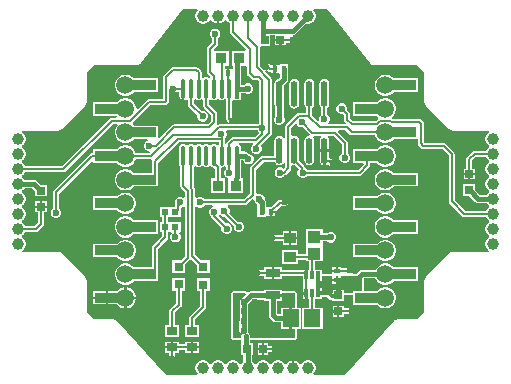
<source format=gtl>
G04*
G04 #@! TF.GenerationSoftware,Altium Limited,Altium Designer,24.0.1 (36)*
G04*
G04 Layer_Physical_Order=1*
G04 Layer_Color=255*
%FSLAX44Y44*%
%MOMM*%
G71*
G04*
G04 #@! TF.SameCoordinates,BFD44B55-2052-4A58-B096-8A348341E0BB*
G04*
G04*
G04 #@! TF.FilePolarity,Positive*
G04*
G01*
G75*
%ADD11C,0.2000*%
%ADD13C,0.3000*%
%ADD15O,0.5500X2.2000*%
%ADD16R,0.6500X0.7000*%
%ADD17R,0.3000X0.7000*%
%ADD18R,0.6000X0.5500*%
%ADD19R,1.4061X1.5082*%
%ADD20R,1.1000X1.0000*%
%ADD21R,1.3000X0.7000*%
%ADD22R,0.5000X0.4000*%
%ADD23R,0.7000X0.6500*%
%ADD24R,0.4000X0.5000*%
%ADD25R,1.0000X0.9000*%
%ADD26R,0.8000X0.8000*%
%ADD27R,0.9000X0.7000*%
G04:AMPARAMS|DCode=28|XSize=1.6554mm|YSize=0.3808mm|CornerRadius=0.1904mm|HoleSize=0mm|Usage=FLASHONLY|Rotation=270.000|XOffset=0mm|YOffset=0mm|HoleType=Round|Shape=RoundedRectangle|*
%AMROUNDEDRECTD28*
21,1,1.6554,0.0000,0,0,270.0*
21,1,1.2747,0.3808,0,0,270.0*
1,1,0.3808,0.0000,-0.6373*
1,1,0.3808,0.0000,0.6373*
1,1,0.3808,0.0000,0.6373*
1,1,0.3808,0.0000,-0.6373*
%
%ADD28ROUNDEDRECTD28*%
%ADD29R,0.3808X1.6554*%
%ADD30R,0.9500X0.9500*%
%ADD31R,2.1000X0.8500*%
%ADD43C,0.4000*%
%ADD44C,1.0000*%
%ADD45C,1.5000*%
%ADD46C,1.2700*%
%ADD47C,0.6000*%
G36*
X243625Y263055D02*
X243818Y262889D01*
X243959Y262677D01*
X244415Y262372D01*
X244829Y262014D01*
X245071Y261934D01*
X245282Y261793D01*
X245819Y261686D01*
X246339Y261514D01*
X246593Y261532D01*
X246843Y261482D01*
X283360D01*
X289922Y254921D01*
Y230000D01*
X289922Y230000D01*
X290232Y228439D01*
X291116Y227116D01*
X291116Y227116D01*
X311116Y207116D01*
X312439Y206232D01*
X314000Y205922D01*
X344466D01*
X344807Y204652D01*
X344009Y204191D01*
X342799Y202981D01*
X341943Y201499D01*
X341500Y199846D01*
Y198134D01*
X341943Y196481D01*
X342799Y194999D01*
X344009Y193789D01*
X344729Y193373D01*
Y191907D01*
X344009Y191491D01*
X342799Y190281D01*
X341966Y188839D01*
X332498D01*
X331523Y188645D01*
X330696Y188092D01*
X326198Y183594D01*
X325645Y182767D01*
X325451Y181792D01*
Y173625D01*
X323250D01*
Y170125D01*
X328000D01*
X332750D01*
Y173625D01*
X330549D01*
Y180736D01*
X333554Y183741D01*
X341966D01*
X342799Y182299D01*
X344009Y181089D01*
X344729Y180673D01*
Y179207D01*
X344009Y178791D01*
X342799Y177581D01*
X341943Y176099D01*
X341500Y174446D01*
Y172734D01*
X341943Y171081D01*
X342799Y169599D01*
X344009Y168389D01*
X344729Y167973D01*
Y166507D01*
X344009Y166091D01*
X342799Y164881D01*
X341943Y163399D01*
X341500Y161746D01*
Y160034D01*
X341943Y158381D01*
X342799Y156899D01*
X344009Y155689D01*
X344729Y155273D01*
Y153807D01*
X344009Y153391D01*
X342799Y152181D01*
X342555Y151759D01*
X337163D01*
X333000Y155922D01*
Y160375D01*
X323000D01*
Y150875D01*
X327953D01*
X333162Y145667D01*
X334319Y144893D01*
X335685Y144621D01*
X342555D01*
X342799Y144199D01*
X344009Y142989D01*
X344729Y142573D01*
Y141107D01*
X344009Y140691D01*
X342799Y139481D01*
X341966Y138039D01*
X324926D01*
X315549Y147416D01*
Y186000D01*
X315355Y186975D01*
X314802Y187802D01*
X308052Y194552D01*
X307225Y195105D01*
X306250Y195299D01*
X290306D01*
X289549Y196056D01*
Y211828D01*
X289355Y212804D01*
X288802Y213631D01*
X287631Y214802D01*
X286804Y215355D01*
X285828Y215549D01*
X263798D01*
X262867Y216572D01*
X262916Y217646D01*
X264105Y218835D01*
X265290Y220887D01*
X265903Y223176D01*
Y225546D01*
X265290Y227835D01*
X264105Y229887D01*
X262430Y231563D01*
X260377Y232748D01*
X258088Y233361D01*
X255719D01*
X253430Y232748D01*
X251377Y231563D01*
X249926Y230111D01*
X229403D01*
Y218611D01*
X249926D01*
X250891Y217646D01*
X250953Y216300D01*
X250814Y216018D01*
X248773Y213977D01*
X229371D01*
X227049Y216300D01*
Y219780D01*
X226854Y220756D01*
X226302Y221583D01*
X224418Y223466D01*
X224419Y223466D01*
Y225256D01*
X223733Y226910D01*
X222467Y228176D01*
X220814Y228861D01*
X219023D01*
X217369Y228176D01*
X216104Y226910D01*
X215418Y225256D01*
Y223466D01*
X216104Y221812D01*
X217369Y220546D01*
X219023Y219861D01*
X220814D01*
X220814Y219861D01*
X221951Y218724D01*
Y215244D01*
X222145Y214268D01*
X222697Y213442D01*
X223731Y212408D01*
X223205Y211138D01*
X208964D01*
X208437Y212408D01*
X209125Y213095D01*
X209810Y214749D01*
Y216539D01*
X209125Y218193D01*
X207859Y219459D01*
X207856Y219460D01*
Y225344D01*
X208368Y225686D01*
X209307Y227092D01*
X209637Y228750D01*
Y245250D01*
X209307Y246908D01*
X208368Y248314D01*
X206962Y249253D01*
X205303Y249583D01*
X203645Y249253D01*
X202239Y248314D01*
X201300Y246908D01*
X200970Y245250D01*
Y228750D01*
X201300Y227092D01*
X202239Y225686D01*
X202758Y225340D01*
Y219456D01*
X201495Y218193D01*
X200810Y216539D01*
Y214755D01*
X200793Y214738D01*
X199729Y214039D01*
X195152Y218616D01*
Y225342D01*
X195667Y225686D01*
X196607Y227092D01*
X196937Y228750D01*
Y245250D01*
X196607Y246908D01*
X195667Y248314D01*
X194262Y249253D01*
X192603Y249583D01*
X190945Y249253D01*
X189539Y248314D01*
X188600Y246908D01*
X188270Y245250D01*
Y228750D01*
X188600Y227092D01*
X189539Y225686D01*
X190054Y225342D01*
Y221188D01*
X184114D01*
X183139Y220994D01*
X182312Y220441D01*
X172851Y210980D01*
X172299Y210154D01*
X172104Y209178D01*
Y199851D01*
X170835Y199466D01*
X170268Y200314D01*
X168862Y201253D01*
X167204Y201583D01*
X165545Y201253D01*
X164139Y200314D01*
X163200Y198908D01*
X162870Y197250D01*
Y184299D01*
X152766D01*
X151790Y184105D01*
X150963Y183552D01*
X143182Y175771D01*
X142630Y174944D01*
X142436Y173969D01*
Y152779D01*
X137316Y147659D01*
X103940D01*
X103940Y147659D01*
X102674Y148925D01*
X101020Y149610D01*
X99230D01*
X97576Y148925D01*
X97439Y148788D01*
X96169Y149314D01*
Y155830D01*
X95975Y156805D01*
X95422Y157632D01*
X94921Y158134D01*
Y174863D01*
X95340Y175246D01*
X96418Y175919D01*
X97544Y175166D01*
X98872Y174902D01*
X100200Y175166D01*
X101326Y175919D01*
X101358Y175967D01*
X102886D01*
X102918Y175919D01*
X104044Y175166D01*
X105372Y174902D01*
X106700Y175166D01*
X107826Y175919D01*
X107858Y175967D01*
X109385D01*
X109418Y175919D01*
X110544Y175166D01*
X111294Y175017D01*
X112626Y173685D01*
Y165360D01*
X108925D01*
Y152860D01*
X121425D01*
Y165360D01*
X117724D01*
Y173736D01*
X118372Y174902D01*
X119700Y175166D01*
X120826Y175919D01*
X121825Y175295D01*
X121875Y175184D01*
X121901Y173768D01*
X121057Y172924D01*
X120372Y171270D01*
Y169480D01*
X121057Y167826D01*
X122323Y166560D01*
X123040Y166263D01*
X123925Y165360D01*
Y152860D01*
X136425D01*
Y165360D01*
X135713D01*
X134907Y166342D01*
X134940Y166508D01*
Y181178D01*
X136375D01*
Y180855D01*
X137060Y179201D01*
X138326Y177935D01*
X139980Y177250D01*
X141770D01*
X143424Y177935D01*
X144690Y179201D01*
X145375Y180855D01*
Y182645D01*
X144690Y184299D01*
X143424Y185565D01*
X141770Y186250D01*
X141422D01*
X140402Y187269D01*
X139244Y188043D01*
X137879Y188315D01*
X134842D01*
Y191119D01*
X134578Y192448D01*
X133826Y193573D01*
X132882Y194204D01*
X132916Y194958D01*
X133093Y195474D01*
X144776D01*
X145099Y194730D01*
X145165Y194204D01*
X144012Y193051D01*
X143327Y191397D01*
Y189607D01*
X144012Y187953D01*
X145278Y186688D01*
X146932Y186002D01*
X148722D01*
X150376Y186688D01*
X151642Y187953D01*
X152327Y189607D01*
Y191397D01*
X151642Y193051D01*
X151526Y193168D01*
X160556Y202198D01*
X161108Y203025D01*
X161302Y204000D01*
Y248746D01*
X161108Y249722D01*
X160556Y250549D01*
X155054Y256051D01*
X155583Y257318D01*
X156274Y257314D01*
X157360Y256229D01*
X158187Y255676D01*
X159162Y255482D01*
X159893D01*
Y254281D01*
X162143D01*
Y258031D01*
Y261781D01*
X159893D01*
X159893Y261781D01*
X158719Y262012D01*
X158093Y262430D01*
X157118Y262624D01*
X156143D01*
X155167Y262430D01*
X154340Y261877D01*
X153788Y261050D01*
X153594Y260075D01*
X153788Y259100D01*
X152774Y258331D01*
X150424Y260681D01*
Y276598D01*
X151495Y277725D01*
X159393D01*
Y286406D01*
X163643D01*
Y283725D01*
X168143D01*
Y282725D01*
X169143D01*
Y277975D01*
X172643D01*
Y280176D01*
X175470D01*
X175993Y280072D01*
X178385D01*
X179360Y280266D01*
X180187Y280819D01*
X180740Y281646D01*
X180934Y282621D01*
X180740Y283596D01*
X180187Y284423D01*
X179360Y284976D01*
X178385Y285170D01*
Y286406D01*
X179750Y286678D01*
X180908Y287451D01*
X190083Y296626D01*
X190554Y296500D01*
X192266D01*
X193919Y296943D01*
X195401Y297799D01*
X196611Y299009D01*
X197467Y300491D01*
X197910Y302144D01*
Y303856D01*
X197467Y305509D01*
X196611Y306991D01*
X195951Y307652D01*
X196477Y308922D01*
X207910D01*
X243625Y263055D01*
D02*
G37*
G36*
X97969Y307652D02*
X97309Y306991D01*
X96453Y305509D01*
X96010Y303856D01*
Y302144D01*
X96453Y300491D01*
X97309Y299009D01*
X98519Y297799D01*
X100001Y296943D01*
X101654Y296500D01*
X103366D01*
X105019Y296943D01*
X106501Y297799D01*
X107711Y299009D01*
X108127Y299729D01*
X109593D01*
X110009Y299009D01*
X111219Y297799D01*
X112701Y296943D01*
X114210Y296539D01*
Y303000D01*
X116210D01*
Y296539D01*
X117719Y296943D01*
X119201Y297799D01*
X120411Y299009D01*
X120827Y299729D01*
X122293D01*
X122709Y299009D01*
X123919Y297799D01*
X125361Y296966D01*
Y289378D01*
X125555Y288402D01*
X126108Y287575D01*
X139038Y274645D01*
X138512Y273375D01*
X126775D01*
Y260875D01*
X127899D01*
Y258382D01*
X126775Y258031D01*
Y258031D01*
X124525D01*
Y254281D01*
X122525D01*
Y258031D01*
X120921D01*
Y260875D01*
X124275D01*
Y273375D01*
X112115D01*
X111458Y274514D01*
X114677Y277733D01*
X115230Y278560D01*
X115424Y279535D01*
Y283910D01*
X115424Y283910D01*
X116690Y285176D01*
X117375Y286830D01*
Y288620D01*
X116690Y290274D01*
X115424Y291540D01*
X113770Y292225D01*
X111980D01*
X110326Y291540D01*
X109060Y290274D01*
X108375Y288620D01*
Y286830D01*
X109060Y285176D01*
X110326Y283910D01*
X110326Y283910D01*
Y280591D01*
X106288Y276553D01*
X105735Y275726D01*
X105541Y274750D01*
Y255813D01*
X105735Y254837D01*
X106288Y254011D01*
X108550Y251749D01*
X108422Y250446D01*
X108394Y250430D01*
X107724Y250149D01*
X106700Y250833D01*
X105372Y251098D01*
X104044Y250833D01*
X102918Y250081D01*
X101840Y250754D01*
X101421Y251137D01*
Y255281D01*
X101227Y256256D01*
X100674Y257083D01*
X98580Y259177D01*
X97753Y259730D01*
X96778Y259924D01*
X77525D01*
X76550Y259730D01*
X75723Y259177D01*
X69427Y252882D01*
X68875Y252055D01*
X68681Y251080D01*
Y232724D01*
X56895D01*
X55920Y232530D01*
X55093Y231977D01*
X47210Y224094D01*
X45939Y224620D01*
Y225546D01*
X45326Y227835D01*
X44141Y229887D01*
X42466Y231563D01*
X40413Y232748D01*
X38124Y233361D01*
X35755D01*
X33466Y232748D01*
X31413Y231563D01*
X29962Y230111D01*
X9439D01*
Y218611D01*
X29197D01*
X29501Y218180D01*
X28842Y216910D01*
X25288D01*
X24313Y216716D01*
X23486Y216164D01*
X-16619Y176059D01*
X-47966D01*
X-48799Y177501D01*
X-50009Y178711D01*
X-50729Y179127D01*
Y180593D01*
X-50009Y181009D01*
X-48799Y182219D01*
X-47943Y183701D01*
X-47500Y185354D01*
Y187066D01*
X-47943Y188719D01*
X-48799Y190201D01*
X-50009Y191411D01*
X-50729Y191827D01*
Y193293D01*
X-50009Y193709D01*
X-48799Y194919D01*
X-47943Y196401D01*
X-47500Y198054D01*
Y199766D01*
X-47943Y201419D01*
X-48799Y202901D01*
X-50009Y204111D01*
X-50945Y204652D01*
X-50605Y205922D01*
X-20000Y205922D01*
X-20000Y205922D01*
X-18439Y206232D01*
X-17116Y207116D01*
X2884Y227116D01*
X2884Y227116D01*
X3768Y228439D01*
X4078Y230000D01*
Y254921D01*
X10640Y261482D01*
X47000D01*
X47250Y261532D01*
X47504Y261514D01*
X48024Y261686D01*
X48561Y261793D01*
X48772Y261934D01*
X49014Y262014D01*
X49428Y262372D01*
X49884Y262677D01*
X50025Y262889D01*
X50218Y263055D01*
X85933Y308922D01*
X97443D01*
X97969Y307652D01*
D02*
G37*
G36*
X139275Y260875D02*
X139864Y259849D01*
Y254268D01*
X140058Y253292D01*
X140610Y252465D01*
X143850Y249225D01*
X144677Y248673D01*
X145653Y248479D01*
X149184D01*
X150344Y247319D01*
Y211815D01*
X150344Y211815D01*
X149667Y211138D01*
X129081D01*
X128696Y212408D01*
X128922Y212559D01*
X129474Y213386D01*
X129668Y214361D01*
X129474Y215337D01*
X128922Y216164D01*
X128095Y216716D01*
X127421Y216850D01*
Y230433D01*
X127968Y231477D01*
X134776D01*
Y237685D01*
X137730D01*
X137976Y237439D01*
X139630Y236754D01*
X141420D01*
X143074Y237439D01*
X144340Y238705D01*
X145025Y240359D01*
Y242149D01*
X144340Y243803D01*
X143074Y245069D01*
X141420Y245754D01*
X139630D01*
X137976Y245069D01*
X137730Y244822D01*
X135037D01*
Y260875D01*
X139275D01*
D02*
G37*
G36*
X86872Y231864D02*
X87102Y231910D01*
X88146Y232607D01*
X89270Y232027D01*
X89823Y231466D01*
Y227820D01*
X90017Y226844D01*
X90569Y226017D01*
X97692Y218895D01*
X97692Y218895D01*
Y217105D01*
X98377Y215451D01*
X99642Y214185D01*
X101297Y213500D01*
X103087D01*
X104741Y214185D01*
X106006Y215451D01*
X106692Y217105D01*
Y218895D01*
X106006Y220549D01*
X104741Y221815D01*
X103087Y222500D01*
X101297D01*
X101296Y222500D01*
X94921Y228876D01*
Y231370D01*
X95340Y231754D01*
X96418Y232426D01*
X97544Y231674D01*
X98872Y231410D01*
X100200Y231674D01*
X101326Y232426D01*
X102404Y231754D01*
X102823Y231370D01*
Y226773D01*
X103017Y225797D01*
X103569Y224970D01*
X109323Y219217D01*
Y214056D01*
X106405Y211138D01*
X78080D01*
X77104Y210944D01*
X76277Y210391D01*
X65710Y199824D01*
X64440Y200350D01*
Y210111D01*
X43917D01*
X42952Y211077D01*
X42890Y212423D01*
X43029Y212704D01*
X57951Y227626D01*
X70058D01*
X71033Y227820D01*
X71860Y228373D01*
X73032Y229544D01*
X73584Y230371D01*
X73779Y231347D01*
Y240765D01*
X75048Y240890D01*
X75170Y240278D01*
X75723Y239452D01*
X76550Y238899D01*
X77525Y238705D01*
X82656D01*
Y234881D01*
X82901Y233650D01*
X83598Y232607D01*
X84641Y231910D01*
X84872Y231864D01*
Y241254D01*
X86872D01*
Y231864D01*
D02*
G37*
G36*
X122323Y232381D02*
Y215533D01*
X122517Y214557D01*
X123069Y213730D01*
X124241Y212559D01*
X124467Y212408D01*
X124082Y211138D01*
X115847D01*
X115057Y210981D01*
X114588Y211406D01*
X114217Y212010D01*
X114227Y212024D01*
X114421Y213000D01*
Y220273D01*
X114227Y221248D01*
X113674Y222075D01*
X107921Y227829D01*
Y231370D01*
X108340Y231754D01*
X109418Y232426D01*
X110544Y231674D01*
X111872Y231410D01*
X113200Y231674D01*
X114326Y232426D01*
X114358Y232475D01*
X115885D01*
X115918Y232426D01*
X117044Y231674D01*
X118372Y231410D01*
X119700Y231674D01*
X120826Y232426D01*
X121008Y232700D01*
X121155Y232735D01*
X122323Y232381D01*
D02*
G37*
G36*
X149078Y205451D02*
X150344Y204185D01*
X149534Y203335D01*
X146771Y200572D01*
X128349D01*
X127373Y200378D01*
X126546Y199826D01*
X122724Y196003D01*
X122171Y195176D01*
X122067Y194655D01*
X120797Y194780D01*
Y199397D01*
X121940Y200540D01*
X122625Y202194D01*
Y203984D01*
X122299Y204770D01*
X123148Y206040D01*
X148834D01*
X149078Y205451D01*
D02*
G37*
G36*
X30393Y210542D02*
X29738Y209887D01*
X28553Y207835D01*
X27940Y205546D01*
Y203176D01*
X28553Y200887D01*
X29738Y198835D01*
X31413Y197160D01*
X33466Y195975D01*
X35755Y195361D01*
X38124D01*
X40413Y195975D01*
X42466Y197160D01*
X43917Y198611D01*
X55365D01*
X55617Y197341D01*
X54346Y196815D01*
X53081Y195549D01*
X52396Y193895D01*
Y192105D01*
X53081Y190451D01*
X54346Y189185D01*
X56000Y188500D01*
X56515D01*
X57355Y187230D01*
X57354Y187228D01*
X56979Y186910D01*
X45574D01*
X45326Y187835D01*
X44141Y189887D01*
X42466Y191563D01*
X40413Y192748D01*
X38124Y193361D01*
X35755D01*
X33466Y192748D01*
X31413Y191563D01*
X29962Y190111D01*
X9439D01*
Y186910D01*
X8890D01*
X7915Y186716D01*
X7088Y186164D01*
X-23802Y155274D01*
X-24355Y154447D01*
X-24549Y153471D01*
Y140175D01*
X-24549Y140175D01*
X-25815Y138909D01*
X-26500Y137255D01*
Y135465D01*
X-25815Y133811D01*
X-24549Y132545D01*
X-22895Y131860D01*
X-21105D01*
X-19451Y132545D01*
X-18185Y133811D01*
X-17500Y135465D01*
Y137255D01*
X-18185Y138909D01*
X-19451Y140175D01*
X-19451Y140175D01*
Y152416D01*
X8266Y180133D01*
X9439Y179647D01*
Y178611D01*
X29962D01*
X31413Y177160D01*
X33466Y175975D01*
X35755Y175361D01*
X38124D01*
X40413Y175975D01*
X42466Y177160D01*
X44141Y178835D01*
X45326Y180887D01*
X45574Y181812D01*
X58802D01*
X59585Y180703D01*
X59391Y179728D01*
Y170111D01*
X43917D01*
X42466Y171563D01*
X40413Y172748D01*
X38124Y173361D01*
X35755D01*
X33466Y172748D01*
X31413Y171563D01*
X29738Y169887D01*
X28553Y167835D01*
X27940Y165546D01*
Y163176D01*
X28553Y160887D01*
X29738Y158835D01*
X31413Y157160D01*
X33466Y155975D01*
X35755Y155361D01*
X38124D01*
X40413Y155975D01*
X42466Y157160D01*
X43917Y158611D01*
X64440D01*
Y167365D01*
X64489Y167611D01*
Y178672D01*
X82178Y196361D01*
X115700D01*
Y194021D01*
X114562Y193483D01*
X114358Y193525D01*
X114326Y193573D01*
X113200Y194326D01*
X111872Y194590D01*
X110544Y194326D01*
X109418Y193573D01*
X109385Y193525D01*
X107858D01*
X107826Y193573D01*
X106700Y194326D01*
X105372Y194590D01*
X104044Y194326D01*
X102918Y193573D01*
X102886Y193525D01*
X101358D01*
X101326Y193573D01*
X100200Y194326D01*
X98872Y194590D01*
X97544Y194326D01*
X96418Y193573D01*
X96385Y193525D01*
X94858D01*
X94826Y193573D01*
X93700Y194326D01*
X92372Y194590D01*
X91044Y194326D01*
X89918Y193573D01*
X89886Y193525D01*
X88358D01*
X88326Y193573D01*
X87200Y194326D01*
X85872Y194590D01*
X84544Y194326D01*
X83418Y193573D01*
X82666Y192448D01*
X82401Y191119D01*
Y178373D01*
X82666Y177045D01*
X83323Y176061D01*
Y158628D01*
X83517Y157653D01*
X84069Y156826D01*
X86953Y153942D01*
Y149455D01*
X85683Y148983D01*
X84170Y149610D01*
X82380D01*
X80726Y148925D01*
X79460Y147659D01*
X78775Y146005D01*
Y144215D01*
X79140Y143333D01*
X78920Y143003D01*
X78726Y142028D01*
Y140907D01*
X66275D01*
Y132407D01*
X68226D01*
Y128611D01*
X66275D01*
Y120111D01*
X68226D01*
Y116733D01*
X60137Y108644D01*
X59585Y107817D01*
X59391Y106841D01*
Y90111D01*
X43917D01*
X42466Y91563D01*
X40413Y92748D01*
X38124Y93361D01*
X35755D01*
X33466Y92748D01*
X31413Y91563D01*
X29738Y89888D01*
X28553Y87835D01*
X27940Y85546D01*
Y83176D01*
X28553Y80887D01*
X29738Y78835D01*
X31413Y77160D01*
X33466Y75975D01*
X35755Y75361D01*
X38124D01*
X40413Y75975D01*
X42466Y77160D01*
X43917Y78611D01*
X64440D01*
Y87365D01*
X64489Y87611D01*
Y105786D01*
X72577Y113874D01*
X73130Y114701D01*
X73324Y115677D01*
Y120111D01*
X75524D01*
X76050Y118841D01*
X75460Y118251D01*
X74775Y116597D01*
Y114807D01*
X75460Y113153D01*
X76726Y111887D01*
X78380Y111202D01*
X80170D01*
X81824Y111887D01*
X83090Y113153D01*
X83775Y114807D01*
Y116597D01*
X83090Y118251D01*
X82500Y118841D01*
X83026Y120111D01*
X83775D01*
Y128611D01*
X73324D01*
Y132407D01*
X83775D01*
Y138161D01*
X83824Y138407D01*
Y140610D01*
X84170D01*
X85683Y141237D01*
X86953Y140765D01*
Y99275D01*
X83920Y96241D01*
X76525D01*
Y85241D01*
X87525D01*
Y92637D01*
X91305Y96416D01*
X92663Y96664D01*
X92922Y96584D01*
X97090Y92417D01*
Y85021D01*
X108090D01*
Y96021D01*
X100695D01*
X96169Y100547D01*
Y140906D01*
X97439Y141432D01*
X97576Y141295D01*
X99230Y140610D01*
X101020D01*
X102674Y141295D01*
X103940Y142561D01*
X103940Y142561D01*
X110598D01*
X110850Y141291D01*
X109476Y140722D01*
X108210Y139456D01*
X107525Y137802D01*
Y136012D01*
X108210Y134358D01*
X109476Y133092D01*
X109551Y133061D01*
X109670Y132465D01*
X110223Y131638D01*
X118175Y123685D01*
X118175Y123685D01*
Y121895D01*
X118860Y120241D01*
X120126Y118975D01*
X121780Y118290D01*
X123570D01*
X125224Y118975D01*
X126490Y120241D01*
X127175Y121895D01*
Y123685D01*
X126490Y125339D01*
X125224Y126605D01*
X123570Y127290D01*
X121780D01*
X121780Y127290D01*
X115795Y133275D01*
X115839Y133621D01*
X116210Y134353D01*
X117487Y134534D01*
X118194Y133827D01*
X119848Y133142D01*
X120543D01*
X128525Y125160D01*
X128525Y125160D01*
Y123369D01*
X129210Y121715D01*
X130476Y120449D01*
X132130Y119764D01*
X133920D01*
X135574Y120449D01*
X136840Y121715D01*
X137525Y123369D01*
Y125160D01*
X136840Y126813D01*
X135574Y128079D01*
X133920Y128764D01*
X132130D01*
X132130Y128764D01*
X124923Y135972D01*
X125243Y136747D01*
Y138537D01*
X124558Y140191D01*
X123458Y141291D01*
X123602Y142072D01*
X123847Y142561D01*
X138372D01*
X139347Y142755D01*
X140174Y143308D01*
X144623Y147756D01*
X145893Y147230D01*
Y146980D01*
X146578Y145326D01*
X147844Y144060D01*
X148574Y143757D01*
Y137110D01*
X148643Y136765D01*
Y133110D01*
X155643D01*
Y133312D01*
X156893Y133360D01*
X156913Y133360D01*
X159143D01*
Y137110D01*
X160143D01*
Y138110D01*
X164247D01*
X168407Y142269D01*
X171627D01*
X172603Y142464D01*
X173430Y143016D01*
X174195Y143781D01*
X174748Y144608D01*
X174942Y145584D01*
X174748Y146559D01*
X174195Y147386D01*
X173368Y147939D01*
X172393Y148133D01*
X171417Y147939D01*
X170590Y147386D01*
X170571Y147367D01*
X167351D01*
X166376Y147173D01*
X165549Y146621D01*
X159788Y140860D01*
X156981D01*
X156893Y140860D01*
X155711Y141074D01*
Y145584D01*
X155440Y146949D01*
X154893Y147768D01*
Y148770D01*
X154207Y150424D01*
X152942Y151690D01*
X151288Y152375D01*
X149497D01*
X148804Y152088D01*
X147534Y152936D01*
Y172913D01*
X153821Y179201D01*
X163178D01*
X163200Y179092D01*
X164139Y177686D01*
X165545Y176747D01*
X167204Y176417D01*
X168862Y176747D01*
X170268Y177686D01*
X170835Y178534D01*
X172104Y178149D01*
Y174942D01*
X170762Y173599D01*
X170171Y174190D01*
X168517Y174875D01*
X166727D01*
X165073Y174190D01*
X163807Y172924D01*
X163122Y171270D01*
Y169480D01*
X163807Y167826D01*
X165073Y166560D01*
X166727Y165875D01*
X168517D01*
X170171Y166560D01*
X171437Y167826D01*
X171463Y167890D01*
X172118Y168020D01*
X172945Y168573D01*
X176456Y172083D01*
X177008Y172910D01*
X177202Y173886D01*
Y176032D01*
X178472Y176701D01*
X179904Y176417D01*
X180511Y176538D01*
X183561Y173488D01*
Y173425D01*
X183060Y172924D01*
X182375Y171270D01*
Y169480D01*
X183060Y167826D01*
X184326Y166560D01*
X185980Y165875D01*
X187770D01*
X189424Y166560D01*
X190690Y167826D01*
X190690Y167826D01*
X235129D01*
X236104Y168020D01*
X236931Y168573D01*
X243206Y174848D01*
X243758Y175674D01*
X243953Y176650D01*
Y178611D01*
X249926D01*
X251377Y177160D01*
X253430Y175975D01*
X255719Y175361D01*
X258088D01*
X260377Y175975D01*
X262430Y177160D01*
X264105Y178835D01*
X265290Y180887D01*
X265903Y183176D01*
Y185546D01*
X265290Y187835D01*
X264105Y189887D01*
X262430Y191563D01*
X260377Y192748D01*
X258088Y193361D01*
X255719D01*
X253430Y192748D01*
X251377Y191563D01*
X249926Y190111D01*
X229403D01*
Y178611D01*
X237975D01*
X238490Y177341D01*
X234073Y172924D01*
X190690D01*
X190690Y172924D01*
X189424Y174190D01*
X188659Y174507D01*
Y174544D01*
X188465Y175519D01*
X187912Y176346D01*
X184116Y180142D01*
X184237Y180750D01*
Y197250D01*
X183907Y198908D01*
X182967Y200314D01*
X181562Y201253D01*
X179904Y201583D01*
X178472Y201299D01*
X177202Y201968D01*
Y208122D01*
X180615Y211535D01*
X182113Y211237D01*
X182439Y210451D01*
X183704Y209185D01*
X185358Y208500D01*
X187149D01*
X187149Y208500D01*
X192825Y202824D01*
X192736Y202328D01*
X192325Y201528D01*
X190945Y201253D01*
X189539Y200314D01*
X188600Y198908D01*
X188270Y197250D01*
Y180750D01*
X188600Y179092D01*
X189539Y177686D01*
X190945Y176747D01*
X192603Y176417D01*
X194262Y176747D01*
X195667Y177686D01*
X196607Y179092D01*
X196937Y180750D01*
Y197250D01*
X196607Y198908D01*
X195756Y200181D01*
X195909Y200784D01*
X196252Y201451D01*
X202105D01*
X202490Y200181D01*
X202420Y200134D01*
X201536Y198811D01*
X201225Y197250D01*
Y190000D01*
X205304D01*
X209382D01*
Y197250D01*
X209071Y198811D01*
X208187Y200134D01*
X208117Y200181D01*
X208502Y201451D01*
X212967D01*
X220065Y194353D01*
Y186642D01*
X220065Y186642D01*
X218799Y185376D01*
X218113Y183722D01*
Y181932D01*
X218799Y180278D01*
X220065Y179012D01*
X221718Y178327D01*
X223509D01*
X225163Y179012D01*
X226428Y180278D01*
X227113Y181932D01*
Y183722D01*
X226428Y185376D01*
X225163Y186642D01*
X225163Y186642D01*
Y195409D01*
X224968Y196384D01*
X224416Y197211D01*
X216857Y204770D01*
X217383Y206040D01*
X223067D01*
X226548Y202559D01*
X227375Y202006D01*
X228350Y201812D01*
X248269D01*
X248517Y200887D01*
X249702Y198835D01*
X251377Y197160D01*
X253430Y195975D01*
X255719Y195361D01*
X258088D01*
X260377Y195975D01*
X262430Y197160D01*
X263881Y198611D01*
X284403D01*
X284451Y197361D01*
Y195000D01*
X284645Y194025D01*
X285198Y193198D01*
X287448Y190948D01*
X288274Y190395D01*
X289250Y190201D01*
X305194D01*
X310451Y184944D01*
Y146360D01*
X310645Y145385D01*
X311198Y144558D01*
X322068Y133688D01*
X322895Y133135D01*
X323870Y132941D01*
X341966D01*
X342799Y131499D01*
X344009Y130289D01*
X344729Y129873D01*
Y128407D01*
X344009Y127991D01*
X342799Y126781D01*
X341943Y125299D01*
X341500Y123646D01*
Y121934D01*
X341943Y120281D01*
X342799Y118799D01*
X344009Y117589D01*
X344729Y117173D01*
Y115707D01*
X344009Y115291D01*
X342799Y114081D01*
X341943Y112599D01*
X341500Y110946D01*
Y109234D01*
X341943Y107581D01*
X342799Y106099D01*
X344009Y104889D01*
X344945Y104348D01*
X344605Y103078D01*
X314000D01*
X314000Y103078D01*
X312439Y102768D01*
X311116Y101884D01*
X291116Y81884D01*
X291116Y81884D01*
X290232Y80561D01*
X289922Y79000D01*
X289922Y79000D01*
Y52579D01*
X283421Y46078D01*
X266904Y46078D01*
X266790Y46056D01*
X266675Y46072D01*
X266013Y45901D01*
X265343Y45768D01*
X265246Y45703D01*
X265134Y45674D01*
X264588Y45264D01*
X264020Y44884D01*
X263955Y44787D01*
X263862Y44717D01*
X223079Y-922D01*
X196557D01*
X196031Y348D01*
X196691Y1009D01*
X197547Y2491D01*
X197990Y4144D01*
Y5856D01*
X197547Y7509D01*
X196691Y8991D01*
X195481Y10201D01*
X193999Y11057D01*
X192346Y11500D01*
X190634D01*
X188981Y11057D01*
X187499Y10201D01*
X186289Y8991D01*
X185873Y8271D01*
X184407D01*
X183991Y8991D01*
X182781Y10201D01*
X181299Y11057D01*
X179790Y11461D01*
Y5000D01*
X177790D01*
Y11461D01*
X176281Y11057D01*
X174799Y10201D01*
X173589Y8991D01*
X173173Y8271D01*
X171707D01*
X171291Y8991D01*
X170081Y10201D01*
X168599Y11057D01*
X166946Y11500D01*
X165234D01*
X163581Y11057D01*
X162099Y10201D01*
X160889Y8991D01*
X160473Y8271D01*
X159007D01*
X158591Y8991D01*
X157381Y10201D01*
X155899Y11057D01*
X154246Y11500D01*
X152534D01*
X150881Y11057D01*
X149399Y10201D01*
X148189Y8991D01*
X147773Y8271D01*
X146307D01*
X145891Y8991D01*
X144681Y10201D01*
X143837Y10689D01*
Y16000D01*
X144597D01*
Y26000D01*
X142191D01*
Y28876D01*
X180373D01*
X181522Y29352D01*
X181997Y30500D01*
Y37961D01*
X185262D01*
Y56043D01*
X181997D01*
Y68221D01*
X181522Y69369D01*
X180373Y69845D01*
X169875D01*
Y71293D01*
X153875D01*
Y69861D01*
X142929D01*
X141564Y69590D01*
X140900Y69147D01*
X140354Y69014D01*
X139547Y69246D01*
X139300Y69369D01*
X139001Y69493D01*
X138773Y69721D01*
X138450D01*
X138152Y69845D01*
X127875D01*
X126727Y69369D01*
X126251Y68221D01*
Y30500D01*
X126727Y29352D01*
X127875Y28876D01*
X135053D01*
Y22225D01*
X135097Y22005D01*
Y16000D01*
X136700D01*
Y10202D01*
X136699Y10201D01*
X135489Y8991D01*
X135073Y8271D01*
X133607D01*
X133191Y8991D01*
X131981Y10201D01*
X130499Y11057D01*
X128846Y11500D01*
X127134D01*
X125481Y11057D01*
X123999Y10201D01*
X122789Y8991D01*
X122373Y8271D01*
X120907D01*
X120491Y8991D01*
X119281Y10201D01*
X117799Y11057D01*
X116146Y11500D01*
X114434D01*
X112781Y11057D01*
X111299Y10201D01*
X110089Y8991D01*
X109673Y8271D01*
X108207D01*
X107791Y8991D01*
X106581Y10201D01*
X105099Y11057D01*
X103446Y11500D01*
X101734D01*
X100081Y11057D01*
X98599Y10201D01*
X97389Y8991D01*
X96533Y7509D01*
X96090Y5856D01*
Y4144D01*
X96533Y2491D01*
X97389Y1009D01*
X98049Y348D01*
X97523Y-922D01*
X70825D01*
X30041Y44717D01*
X29948Y44787D01*
X29884Y44884D01*
X29315Y45264D01*
X28770Y45674D01*
X28657Y45703D01*
X28561Y45768D01*
X27891Y45901D01*
X27229Y46072D01*
X27114Y46056D01*
X27000Y46078D01*
X10579D01*
X4078Y52579D01*
Y79000D01*
X4078Y79000D01*
X3768Y80561D01*
X2884Y81884D01*
X-17116Y101884D01*
X-17116Y101884D01*
X-18439Y102768D01*
X-20000Y103078D01*
X-50466Y103078D01*
X-50806Y104348D01*
X-50009Y104809D01*
X-48799Y106019D01*
X-47943Y107501D01*
X-47500Y109154D01*
Y110866D01*
X-47943Y112519D01*
X-48799Y114001D01*
X-50009Y115211D01*
X-50729Y115627D01*
Y117093D01*
X-50009Y117509D01*
X-48799Y118719D01*
X-47966Y120161D01*
X-39153D01*
X-38177Y120355D01*
X-37350Y120908D01*
X-32949Y125309D01*
X-32397Y126136D01*
X-32202Y127111D01*
Y136860D01*
X-29752D01*
Y140360D01*
X-34502D01*
X-39251D01*
Y136860D01*
X-37301D01*
Y128167D01*
X-40209Y125259D01*
X-47966D01*
X-48799Y126701D01*
X-50009Y127911D01*
X-50729Y128327D01*
Y129793D01*
X-50009Y130209D01*
X-48799Y131419D01*
X-47943Y132901D01*
X-47500Y134554D01*
Y136266D01*
X-47943Y137919D01*
X-48799Y139401D01*
X-50009Y140611D01*
X-50729Y141027D01*
Y142493D01*
X-50009Y142909D01*
X-48799Y144119D01*
X-47943Y145601D01*
X-47500Y147254D01*
Y148966D01*
X-47943Y150619D01*
X-48799Y152101D01*
X-50009Y153311D01*
X-50729Y153727D01*
Y155193D01*
X-50009Y155609D01*
X-48799Y156819D01*
X-48555Y157241D01*
X-42180D01*
X-39502Y154563D01*
Y150110D01*
X-29502D01*
Y159610D01*
X-34455D01*
X-38178Y163333D01*
X-39336Y164107D01*
X-40701Y164379D01*
X-48555D01*
X-48799Y164801D01*
X-50009Y166011D01*
X-50729Y166427D01*
Y167893D01*
X-50009Y168309D01*
X-48799Y169519D01*
X-47966Y170961D01*
X-15563D01*
X-14587Y171155D01*
X-13760Y171708D01*
X26344Y211812D01*
X29867D01*
X30393Y210542D01*
D02*
G37*
G36*
X180373Y55793D02*
X177732D01*
Y47002D01*
Y38211D01*
X180373D01*
Y30500D01*
X142191D01*
Y32000D01*
X141919Y33366D01*
X141145Y34523D01*
X140179Y35169D01*
X140444Y36500D01*
Y43370D01*
X140472Y43413D01*
X140744Y44778D01*
Y52793D01*
Y59060D01*
X144407Y62724D01*
X154125D01*
Y61543D01*
X158306D01*
Y49345D01*
X158578Y47979D01*
X159352Y46821D01*
X161695Y44478D01*
X162852Y43705D01*
X164218Y43433D01*
X168452D01*
Y38211D01*
X175732D01*
Y47002D01*
Y55793D01*
X168452D01*
Y50570D01*
X165696D01*
X165444Y50823D01*
Y61543D01*
X169625D01*
Y65293D01*
X161875D01*
Y67293D01*
X169625D01*
Y68221D01*
X180373D01*
Y55793D01*
D02*
G37*
G36*
X138638Y67048D02*
X134652Y63062D01*
X133878Y61904D01*
X133606Y60539D01*
Y52793D01*
Y45886D01*
X133578Y45844D01*
X133306Y44478D01*
Y36500D01*
X133578Y35134D01*
X134352Y33977D01*
X135318Y33331D01*
X135053Y32000D01*
Y30500D01*
X127875D01*
Y68221D01*
X138152D01*
X138638Y67048D01*
D02*
G37*
%LPC*%
G36*
X167143Y281725D02*
X163643D01*
Y281607D01*
X163538Y281450D01*
X163344Y280475D01*
X163538Y279499D01*
X163643Y279342D01*
Y277975D01*
X165646D01*
X165893Y277926D01*
X166139Y277975D01*
X167143D01*
Y281725D01*
D02*
G37*
G36*
X258088Y253361D02*
X255719D01*
X253430Y252748D01*
X251377Y251563D01*
X249702Y249887D01*
X248517Y247835D01*
X247903Y245546D01*
Y243176D01*
X248517Y240887D01*
X249702Y238835D01*
X251377Y237160D01*
X253430Y235975D01*
X255719Y235361D01*
X258088D01*
X260377Y235975D01*
X262430Y237160D01*
X263881Y238611D01*
X284403D01*
Y250111D01*
X263881D01*
X262430Y251563D01*
X260377Y252748D01*
X258088Y253361D01*
D02*
G37*
G36*
X179904Y249583D02*
X178245Y249253D01*
X176839Y248314D01*
X175900Y246908D01*
X175570Y245250D01*
Y228750D01*
X175900Y227092D01*
X176839Y225686D01*
X178245Y224747D01*
X179904Y224417D01*
X181562Y224747D01*
X182967Y225686D01*
X183907Y227092D01*
X184237Y228750D01*
Y245250D01*
X183907Y246908D01*
X182967Y248314D01*
X181562Y249253D01*
X179904Y249583D01*
D02*
G37*
G36*
X174643Y262031D02*
X167643D01*
Y261829D01*
X166393Y261781D01*
X166373Y261781D01*
X164143D01*
Y258031D01*
Y254281D01*
X166304D01*
X166393Y254281D01*
X167574Y254067D01*
Y251009D01*
X165886Y249321D01*
X165545Y249253D01*
X164139Y248314D01*
X163200Y246908D01*
X162870Y245250D01*
Y228750D01*
X163200Y227092D01*
X163635Y226441D01*
Y218100D01*
X163328Y217793D01*
X162643Y216139D01*
Y214349D01*
X163328Y212695D01*
X164594Y211429D01*
X166248Y210744D01*
X168038D01*
X169692Y211429D01*
X170958Y212695D01*
X171643Y214349D01*
Y216139D01*
X170958Y217793D01*
X170772Y217978D01*
Y226441D01*
X171207Y227092D01*
X171537Y228750D01*
Y244878D01*
X173666Y247008D01*
X174440Y248165D01*
X174711Y249531D01*
Y258031D01*
X174643Y258376D01*
Y262031D01*
D02*
G37*
G36*
X332750Y168125D02*
X329000D01*
Y164625D01*
X332750D01*
Y168125D01*
D02*
G37*
G36*
X327000D02*
X323250D01*
Y164625D01*
X327000D01*
Y168125D01*
D02*
G37*
G36*
X38124Y253361D02*
X35755D01*
X33466Y252748D01*
X31413Y251563D01*
X29738Y249887D01*
X28553Y247835D01*
X27940Y245546D01*
Y243176D01*
X28553Y240887D01*
X29738Y238835D01*
X31413Y237160D01*
X33466Y235975D01*
X35755Y235361D01*
X38124D01*
X40413Y235975D01*
X42466Y237160D01*
X43917Y238611D01*
X64440D01*
Y250111D01*
X43917D01*
X42466Y251563D01*
X40413Y252748D01*
X38124Y253361D01*
D02*
G37*
G36*
X204304Y188000D02*
X201225D01*
Y180750D01*
X201536Y179189D01*
X202420Y177866D01*
X203743Y176982D01*
X204304Y176870D01*
Y188000D01*
D02*
G37*
G36*
X209382D02*
X206304D01*
Y176871D01*
X206864Y176982D01*
X207686Y177531D01*
X208151D01*
X209440Y176242D01*
X210267Y175689D01*
X211243Y175495D01*
X212325D01*
X213300Y175689D01*
X214127Y176242D01*
X214680Y177069D01*
X214874Y178044D01*
X214680Y179020D01*
X214127Y179846D01*
X213300Y180399D01*
X212325Y180593D01*
X212298D01*
X211009Y181883D01*
X210182Y182435D01*
X209382Y182594D01*
Y188000D01*
D02*
G37*
G36*
X258088Y173361D02*
X255719D01*
X253430Y172748D01*
X251377Y171563D01*
X249702Y169887D01*
X248517Y167835D01*
X247903Y165546D01*
Y163176D01*
X248517Y160887D01*
X249702Y158835D01*
X251377Y157160D01*
X253430Y155975D01*
X255719Y155361D01*
X258088D01*
X260377Y155975D01*
X262430Y157160D01*
X263881Y158611D01*
X284403D01*
Y170111D01*
X263881D01*
X262430Y171563D01*
X260377Y172748D01*
X258088Y173361D01*
D02*
G37*
G36*
X-29752Y145860D02*
X-33502D01*
Y142360D01*
X-29752D01*
Y145860D01*
D02*
G37*
G36*
X-35501D02*
X-39251D01*
Y142360D01*
X-35501D01*
Y145860D01*
D02*
G37*
G36*
X258088Y153361D02*
X255719D01*
X253430Y152748D01*
X251377Y151563D01*
X249926Y150111D01*
X229403D01*
Y138611D01*
X249926D01*
X251377Y137160D01*
X253430Y135975D01*
X255719Y135361D01*
X258088D01*
X260377Y135975D01*
X262430Y137160D01*
X264105Y138835D01*
X265290Y140887D01*
X265903Y143176D01*
Y145546D01*
X265290Y147835D01*
X264105Y149887D01*
X262430Y151563D01*
X260377Y152748D01*
X258088Y153361D01*
D02*
G37*
G36*
X38124D02*
X35755D01*
X33466Y152748D01*
X31413Y151563D01*
X29962Y150111D01*
X9439D01*
Y138611D01*
X29962D01*
X31413Y137160D01*
X33466Y135975D01*
X35755Y135361D01*
X38124D01*
X40413Y135975D01*
X42466Y137160D01*
X44141Y138835D01*
X45326Y140887D01*
X45939Y143176D01*
Y145546D01*
X45326Y147835D01*
X44141Y149887D01*
X42466Y151563D01*
X40413Y152748D01*
X38124Y153361D01*
D02*
G37*
G36*
X163393Y136110D02*
X161143D01*
Y133360D01*
X163393D01*
Y136110D01*
D02*
G37*
G36*
X182384Y120750D02*
X177134D01*
Y116000D01*
X182384D01*
Y120750D01*
D02*
G37*
G36*
X258088Y133361D02*
X255719D01*
X253430Y132748D01*
X251377Y131563D01*
X249702Y129887D01*
X248517Y127835D01*
X247903Y125546D01*
Y123176D01*
X248517Y120887D01*
X249702Y118835D01*
X251377Y117160D01*
X253430Y115975D01*
X255719Y115361D01*
X258088D01*
X260377Y115975D01*
X262430Y117160D01*
X263881Y118611D01*
X284403D01*
Y130111D01*
X263881D01*
X262430Y131563D01*
X260377Y132748D01*
X258088Y133361D01*
D02*
G37*
G36*
X38124D02*
X35755D01*
X33466Y132748D01*
X31413Y131563D01*
X29738Y129887D01*
X28553Y127835D01*
X27940Y125546D01*
Y123176D01*
X28553Y120887D01*
X29738Y118835D01*
X31413Y117160D01*
X33466Y115975D01*
X35755Y115361D01*
X38124D01*
X40413Y115975D01*
X42466Y117160D01*
X43917Y118611D01*
X64440D01*
Y130111D01*
X43917D01*
X42466Y131563D01*
X40413Y132748D01*
X38124Y133361D01*
D02*
G37*
G36*
X203775Y122202D02*
X189775D01*
Y109472D01*
X189775Y109202D01*
Y108202D01*
X189775Y107932D01*
Y101549D01*
X182634D01*
Y105000D01*
X169634D01*
Y93000D01*
X182634D01*
Y96451D01*
X189775D01*
Y95202D01*
X192705D01*
Y88241D01*
X192253D01*
Y87991D01*
X191173D01*
Y83241D01*
X189174D01*
Y87991D01*
X187423D01*
Y87842D01*
X169625D01*
Y90043D01*
X162875D01*
Y85293D01*
Y80543D01*
X169625D01*
Y82744D01*
X187423D01*
Y78491D01*
X187624D01*
Y72751D01*
X187423D01*
Y69001D01*
X190173D01*
Y68001D01*
X191173D01*
Y63251D01*
X192253D01*
Y63001D01*
X192705D01*
Y56043D01*
X186723D01*
Y37961D01*
X203784D01*
Y56043D01*
X197802D01*
Y63001D01*
X203333D01*
Y64942D01*
X207775D01*
X209359Y63358D01*
X209359Y63358D01*
X210352Y62695D01*
X211522Y62463D01*
X212022Y61543D01*
X222022D01*
Y66598D01*
X229403D01*
Y58611D01*
X249926D01*
X251377Y57160D01*
X253430Y55975D01*
X255719Y55361D01*
X258088D01*
X260377Y55975D01*
X262430Y57160D01*
X264105Y58835D01*
X265290Y60887D01*
X265903Y63176D01*
Y65546D01*
X265290Y67835D01*
X264105Y69887D01*
X262430Y71563D01*
X260377Y72748D01*
X258088Y73361D01*
X255719D01*
X253430Y72748D01*
X251377Y71563D01*
X249925Y70111D01*
X238744D01*
Y80793D01*
X248571D01*
X249702Y78835D01*
X251377Y77160D01*
X253430Y75975D01*
X255719Y75361D01*
X258088D01*
X260377Y75975D01*
X262430Y77160D01*
X263881Y78611D01*
X284403D01*
Y90111D01*
X263881D01*
X262430Y91563D01*
X260377Y92748D01*
X258088Y93361D01*
X255719D01*
X253430Y92748D01*
X251377Y91563D01*
X249702Y89888D01*
X248571Y87930D01*
X237120D01*
X235754Y87658D01*
X234597Y86885D01*
X232357Y84645D01*
X229629D01*
X229166Y85498D01*
X229068Y85915D01*
X229550Y86636D01*
X229743Y87611D01*
X229550Y88587D01*
X228997Y89414D01*
X228170Y89966D01*
X227195Y90160D01*
X226219Y89966D01*
X225956Y89790D01*
X219669D01*
Y90491D01*
X216919D01*
Y87241D01*
X215919D01*
Y86241D01*
X212169D01*
Y84645D01*
X203333D01*
Y88241D01*
X197802D01*
Y95202D01*
X203775D01*
Y107932D01*
X203775Y108202D01*
Y109202D01*
X203775Y109472D01*
Y112133D01*
X207921D01*
X208370Y111685D01*
X210023Y111000D01*
X211814D01*
X213468Y111685D01*
X214734Y112951D01*
X215418Y114605D01*
Y116395D01*
X214734Y118049D01*
X213468Y119315D01*
X211814Y120000D01*
X210023D01*
X208370Y119315D01*
X208325Y119271D01*
X203775D01*
Y122202D01*
D02*
G37*
G36*
X182384Y114000D02*
X177134D01*
Y109250D01*
X182384D01*
Y114000D01*
D02*
G37*
G36*
X175134Y120750D02*
X169884D01*
Y117549D01*
X161143D01*
X160167Y117355D01*
X159340Y116802D01*
X158788Y115975D01*
X158594Y115000D01*
X158788Y114024D01*
X159340Y113197D01*
X160167Y112645D01*
X161143Y112451D01*
X169884D01*
Y109250D01*
X175134D01*
Y115000D01*
Y120750D01*
D02*
G37*
G36*
X258088Y113361D02*
X255719D01*
X253430Y112748D01*
X251377Y111563D01*
X249926Y110111D01*
X229403D01*
Y98611D01*
X249926D01*
X251377Y97160D01*
X253430Y95975D01*
X255719Y95361D01*
X258088D01*
X260377Y95975D01*
X262430Y97160D01*
X264105Y98835D01*
X265290Y100887D01*
X265903Y103176D01*
Y105546D01*
X265290Y107835D01*
X264105Y109887D01*
X262430Y111563D01*
X260377Y112748D01*
X258088Y113361D01*
D02*
G37*
G36*
X38124D02*
X35755D01*
X33466Y112748D01*
X31413Y111563D01*
X29962Y110111D01*
X9439D01*
Y98611D01*
X29962D01*
X31413Y97160D01*
X33466Y95975D01*
X35755Y95361D01*
X38124D01*
X40413Y95975D01*
X42466Y97160D01*
X44141Y98835D01*
X45326Y100887D01*
X45939Y103176D01*
Y105546D01*
X45326Y107835D01*
X44141Y109887D01*
X42466Y111563D01*
X40413Y112748D01*
X38124Y113361D01*
D02*
G37*
G36*
X214918Y90491D02*
X212169D01*
Y88241D01*
X214918D01*
Y90491D01*
D02*
G37*
G36*
X160875Y90043D02*
X154125D01*
Y87842D01*
X148595D01*
X147619Y87648D01*
X146792Y87095D01*
X146240Y86268D01*
X146046Y85293D01*
X146240Y84317D01*
X146792Y83490D01*
X147619Y82938D01*
X148595Y82744D01*
X154125D01*
Y80543D01*
X160875D01*
Y85293D01*
Y90043D01*
D02*
G37*
G36*
X38124Y73361D02*
X37940D01*
Y65361D01*
X45939D01*
Y65546D01*
X45326Y67835D01*
X44141Y69887D01*
X42466Y71563D01*
X40413Y72748D01*
X38124Y73361D01*
D02*
G37*
G36*
X20440Y69861D02*
X9689D01*
Y65361D01*
X20440D01*
Y69861D01*
D02*
G37*
G36*
X189174Y67001D02*
X187423D01*
Y63251D01*
X189174D01*
Y67001D01*
D02*
G37*
G36*
X20440Y63361D02*
X9689D01*
Y58861D01*
X20440D01*
Y63361D01*
D02*
G37*
G36*
X45939Y63361D02*
X37940D01*
Y55361D01*
X38124D01*
X40413Y55975D01*
X42466Y57160D01*
X44141Y58835D01*
X45326Y60887D01*
X45939Y63176D01*
Y63361D01*
D02*
G37*
G36*
X35940Y73361D02*
X35755D01*
X33466Y72748D01*
X31413Y71563D01*
X29738Y69887D01*
X29723Y69861D01*
X22440D01*
Y64361D01*
Y58861D01*
X29723D01*
X29738Y58835D01*
X31413Y57160D01*
X33466Y55975D01*
X35755Y55361D01*
X35940D01*
Y64361D01*
Y73361D01*
D02*
G37*
G36*
X216022Y57293D02*
X212272D01*
Y53793D01*
X216022D01*
Y57293D01*
D02*
G37*
G36*
X221772D02*
X218022D01*
Y52793D01*
Y48293D01*
X221772D01*
Y50244D01*
X228067D01*
X229043Y50438D01*
X229869Y50990D01*
X230118Y51239D01*
X230670Y52066D01*
X230864Y53041D01*
X230670Y54016D01*
X230118Y54843D01*
X229291Y55396D01*
X228315Y55590D01*
X227340Y55396D01*
X227259Y55342D01*
X221772D01*
Y57293D01*
D02*
G37*
G36*
X216022Y51793D02*
X212272D01*
Y48293D01*
X216022D01*
Y51793D01*
D02*
G37*
G36*
X108090Y81021D02*
X97090D01*
Y70021D01*
X99790D01*
Y57417D01*
X91323Y48950D01*
X90770Y48123D01*
X90576Y47147D01*
Y41500D01*
X87125D01*
Y31500D01*
X99125D01*
Y41500D01*
X95674D01*
Y46091D01*
X104141Y54559D01*
X104694Y55386D01*
X104888Y56361D01*
Y70021D01*
X108090D01*
Y81021D01*
D02*
G37*
G36*
X87525Y81241D02*
X76525D01*
Y70241D01*
X79476D01*
Y59599D01*
X74723Y54845D01*
X74170Y54018D01*
X73976Y53043D01*
Y41500D01*
X70525D01*
Y31500D01*
X82525D01*
Y41500D01*
X79074D01*
Y51987D01*
X83827Y56740D01*
X84380Y57567D01*
X84574Y58543D01*
Y70241D01*
X87525D01*
Y81241D01*
D02*
G37*
G36*
X92125Y27250D02*
X87375D01*
Y25049D01*
X82275D01*
Y27250D01*
X77525D01*
Y22500D01*
X76525D01*
Y21500D01*
X70775D01*
Y17750D01*
X73976D01*
Y12871D01*
X73926Y12620D01*
X74120Y11645D01*
X74673Y10818D01*
X75500Y10265D01*
X76475Y10071D01*
X77450Y10265D01*
X78277Y10818D01*
X78327Y10868D01*
X78880Y11695D01*
X79074Y12670D01*
Y17750D01*
X82275D01*
Y19951D01*
X87375D01*
Y17750D01*
X92125D01*
Y22500D01*
Y27250D01*
D02*
G37*
G36*
X98875D02*
X94125D01*
Y23500D01*
X98875D01*
Y27250D01*
D02*
G37*
G36*
X75525D02*
X70775D01*
Y23500D01*
X75525D01*
Y27250D01*
D02*
G37*
G36*
X152347Y25750D02*
X148847D01*
Y22000D01*
X152347D01*
Y25750D01*
D02*
G37*
G36*
X157847D02*
X154347D01*
Y21000D01*
Y16250D01*
X157847D01*
Y18451D01*
X162857D01*
X163379Y18347D01*
X164355Y18541D01*
X165182Y19094D01*
X165734Y19921D01*
X165928Y20896D01*
X165734Y21872D01*
X165182Y22699D01*
X165078Y22802D01*
X164251Y23355D01*
X163275Y23549D01*
X157847D01*
Y25750D01*
D02*
G37*
G36*
X98875Y21500D02*
X94125D01*
Y17750D01*
X98875D01*
Y21500D01*
D02*
G37*
G36*
X152347Y20000D02*
X148847D01*
Y16250D01*
X152347D01*
Y20000D01*
D02*
G37*
%LPD*%
G36*
X237120Y70111D02*
X229403D01*
Y68221D01*
X221772D01*
Y70793D01*
X218022D01*
Y66293D01*
X216022D01*
Y70793D01*
X212272D01*
Y68221D01*
X203083D01*
Y72751D01*
X200333D01*
Y78491D01*
X203083D01*
Y83021D01*
X237120D01*
Y70111D01*
D02*
G37*
%LPC*%
G36*
X219669Y82491D02*
X216919D01*
Y80241D01*
X219669D01*
Y82491D01*
D02*
G37*
G36*
X214918D02*
X212169D01*
Y80241D01*
X214918D01*
Y82491D01*
D02*
G37*
G36*
X219669Y78241D02*
X216919D01*
Y75991D01*
X219669D01*
Y78241D01*
D02*
G37*
G36*
X214918D02*
X212169D01*
Y75991D01*
X214918D01*
Y78241D01*
D02*
G37*
%LPD*%
D11*
X118248Y198023D02*
Y202966D01*
Y184870D02*
Y198023D01*
X117362Y198910D02*
X118248Y198023D01*
X81122Y198910D02*
X117362D01*
X184114Y218639D02*
X191525D01*
X192603Y217560D01*
X77525Y241254D02*
X85872D01*
X222614Y182827D02*
Y195409D01*
X214023Y204000D02*
X222614Y195409D01*
X206920Y180080D02*
X209206D01*
X205303Y181697D02*
Y189000D01*
Y181697D02*
X206920Y180080D01*
X209206D02*
X211243Y178044D01*
X212325D01*
X186875Y170375D02*
X235129D01*
X148595Y85293D02*
X161875D01*
X147875Y259625D02*
X158753Y248746D01*
X157118Y260075D02*
X159162Y258031D01*
X163143D01*
X156143Y260075D02*
X157118D01*
X215919Y87241D02*
X226825D01*
X227195Y87611D01*
X163275Y21000D02*
X163379Y20896D01*
X153347Y21000D02*
X163275D01*
X123525Y249463D02*
X124872Y248116D01*
X123525Y249463D02*
Y254281D01*
X124872Y241254D02*
Y248116D01*
X100125Y145110D02*
X138372D01*
X92372Y157078D02*
X93620Y155830D01*
Y99491D02*
Y155830D01*
Y99491D02*
X102590Y90521D01*
X82025Y90741D02*
X89502Y98219D01*
X85872Y158628D02*
X89502Y154998D01*
Y98219D02*
Y154998D01*
X81275Y142028D02*
X83275Y144028D01*
X79275Y136657D02*
X79525D01*
X81275Y138407D01*
Y142028D01*
X83275Y144028D02*
Y145110D01*
X79275Y115702D02*
Y124361D01*
X70775D02*
Y136657D01*
Y115677D02*
Y124361D01*
X61940Y106841D02*
X70775Y115677D01*
X52439Y84361D02*
X58689D01*
X61940Y87611D01*
Y106841D01*
X111872Y178044D02*
Y184746D01*
X115175Y159110D02*
Y174741D01*
X111872Y178044D02*
X115175Y174741D01*
X124526Y185092D02*
X124872Y184746D01*
Y170375D02*
Y184746D01*
X120743Y137642D02*
X120875Y137510D01*
Y136414D02*
Y137510D01*
Y136414D02*
X133025Y124264D01*
X112025Y133440D02*
X122675Y122790D01*
X112025Y133440D02*
Y136907D01*
X161143Y115000D02*
X176134D01*
X76525Y12670D02*
Y22500D01*
X76475Y12620D02*
X76525Y12670D01*
Y22500D02*
X93125D01*
X217022Y52793D02*
X228067D01*
X228315Y53041D01*
X85872Y158628D02*
Y184746D01*
X92372Y157078D02*
Y184746D01*
X160143Y137610D02*
X167351Y144818D01*
X171627D02*
X172393Y145584D01*
X160143Y137110D02*
Y137610D01*
X167351Y144818D02*
X171627D01*
X175993Y282621D02*
X178385D01*
X175889Y282725D02*
X175993Y282621D01*
X168143Y282725D02*
X175889D01*
X124872Y215533D02*
Y241254D01*
X165893Y280475D02*
X168143Y282725D01*
X124872Y215533D02*
X126043Y214361D01*
X127119D01*
X115847Y208589D02*
X152304D01*
X235129Y170375D02*
X241404Y176650D01*
X179904Y180750D02*
X186110Y174544D01*
Y171140D02*
X186875Y170375D01*
X179904Y180750D02*
Y189000D01*
X186110Y171140D02*
Y174544D01*
X192603Y217560D02*
Y237000D01*
X167622Y170375D02*
X171143D01*
X174653Y173886D01*
Y209178D01*
X184114Y218639D01*
X144985Y173969D02*
X152766Y181750D01*
X205307Y215647D02*
Y236997D01*
X167204Y183367D02*
Y189000D01*
X205307Y215647D02*
X205310Y215644D01*
X165587Y181750D02*
X167204Y183367D01*
X152766Y181750D02*
X165587D01*
X144985Y151723D02*
Y173969D01*
X138372Y145110D02*
X144985Y151723D01*
X205303Y237000D02*
X205307Y236997D01*
X195254Y204000D02*
X214023D01*
X186254Y213000D02*
X195254Y204000D01*
X192603Y217560D02*
X201575Y208589D01*
X224123D01*
X228350Y204361D01*
X256903D01*
X219918Y224361D02*
X224500Y219780D01*
Y215244D02*
Y219780D01*
Y215244D02*
X228315Y211428D01*
X249828D01*
X8890Y184361D02*
X36939D01*
X-22000Y153471D02*
X8890Y184361D01*
X-22000Y136360D02*
Y153471D01*
X62491Y193000D02*
X78080Y208589D01*
X56895Y193000D02*
X62491D01*
X76940Y202500D02*
X109758D01*
X58802Y184361D02*
X76940Y202500D01*
X36939Y184361D02*
X58802D01*
X107461Y208589D02*
X111872Y213000D01*
X78080Y208589D02*
X107461D01*
X111872Y213000D02*
Y220273D01*
X105372Y226773D02*
Y241254D01*
Y226773D02*
X111872Y220273D01*
X92372Y227820D02*
X102192Y218000D01*
X92372Y227820D02*
Y241254D01*
X98872D02*
Y255281D01*
X96778Y257375D02*
X98872Y255281D01*
X77525Y257375D02*
X96778D01*
X56895Y230175D02*
X70058D01*
X71230Y231347D01*
Y251080D01*
X77525Y257375D01*
X-15563Y173510D02*
X25288Y214361D01*
X41082D01*
X56895Y230175D01*
X-54000Y173510D02*
X-15563D01*
X109758Y202500D02*
X115847Y208589D01*
X152304D02*
X152893Y208000D01*
X61940Y179728D02*
X81122Y198910D01*
X117998Y203089D02*
X118125D01*
X61940Y167611D02*
Y179728D01*
X52439Y164361D02*
X58689D01*
X61940Y167611D01*
X118248Y184870D02*
X118372Y184746D01*
X118125Y203089D02*
X118248Y202966D01*
X152893Y208000D02*
Y248375D01*
Y203089D02*
Y208000D01*
X287000Y195000D02*
X289250Y192750D01*
X287000Y195000D02*
Y211828D01*
X285828Y213000D02*
X287000Y211828D01*
X262407Y213000D02*
X285828D01*
X306250Y192750D02*
X313000Y186000D01*
X289250Y192750D02*
X306250D01*
X313000Y146360D02*
Y186000D01*
X261046Y214361D02*
X262407Y213000D01*
X323870Y135490D02*
X348000D01*
X313000Y146360D02*
X323870Y135490D01*
X252761Y214361D02*
X261046D01*
X249828Y211428D02*
X252761Y214361D01*
X108090Y255813D02*
X111872Y252031D01*
X-54000Y122710D02*
X-39153D01*
X108090Y274750D02*
X112875Y279535D01*
X108090Y255813D02*
Y274750D01*
X111872Y241254D02*
Y252031D01*
X112875Y279535D02*
Y287725D01*
X332498Y186290D02*
X348000D01*
X328000Y169125D02*
Y181792D01*
X332498Y186290D01*
X147827Y198023D02*
X152893Y203089D01*
X147827Y193074D02*
X158753Y204000D01*
X128349Y198023D02*
X147827D01*
Y190502D02*
Y193074D01*
X145653Y251028D02*
X150240D01*
X152893Y248375D01*
X158753Y204000D02*
Y248746D01*
X140610Y283863D02*
Y303000D01*
Y283863D02*
X147875Y276598D01*
Y259625D02*
Y276598D01*
X127910Y289378D02*
X142413Y274875D01*
Y254268D02*
X145653Y251028D01*
X142413Y254268D02*
Y274875D01*
X124526Y194201D02*
X128349Y198023D01*
X124526Y185092D02*
Y194201D01*
X127910Y289378D02*
Y303000D01*
X-34752Y127111D02*
Y141110D01*
X-34502Y141360D01*
X-39153Y122710D02*
X-34752Y127111D01*
X93125Y36500D02*
Y47147D01*
X102339Y56361D01*
Y75270D01*
X102590Y75521D01*
X76525Y36500D02*
Y53043D01*
X82025Y58543D02*
Y75741D01*
X76525Y53043D02*
X82025Y58543D01*
X241404Y176650D02*
Y184361D01*
X118372Y241254D02*
Y266778D01*
X118025Y267125D02*
X118372Y266778D01*
X161875Y85293D02*
X189674D01*
X190173Y84793D01*
Y83241D02*
Y84793D01*
Y68001D02*
Y83241D01*
X195254Y100180D02*
X196775Y101702D01*
X194073Y99000D02*
X195254Y100180D01*
X176134Y99000D02*
X194073D01*
X195254Y83241D02*
Y100180D01*
Y47002D02*
Y68001D01*
D13*
X200333D02*
Y83241D01*
X211522Y65521D02*
X216251D01*
X209042Y68001D02*
X211522Y65521D01*
X200333Y68001D02*
X209042D01*
D15*
X205303Y237000D02*
D03*
X192603D02*
D03*
X179904D02*
D03*
X167204D02*
D03*
X205303Y189000D02*
D03*
X192603D02*
D03*
X179904D02*
D03*
X167204D02*
D03*
D16*
X168143Y282725D02*
D03*
X154643D02*
D03*
X139847Y21000D02*
D03*
X153347D02*
D03*
D17*
X190173Y68001D02*
D03*
X195254D02*
D03*
X200333D02*
D03*
Y83241D02*
D03*
X195254D02*
D03*
X190173D02*
D03*
D18*
X79275Y124361D02*
D03*
X70775D02*
D03*
X79275Y136657D02*
D03*
X70775D02*
D03*
D19*
X176732Y47002D02*
D03*
X195254D02*
D03*
D20*
X196775Y101702D02*
D03*
Y115702D02*
D03*
D21*
X161875Y85293D02*
D03*
Y66293D02*
D03*
D22*
X215919Y79241D02*
D03*
Y87241D02*
D03*
D23*
X217022Y66293D02*
D03*
Y52793D02*
D03*
X328000Y155625D02*
D03*
Y169125D02*
D03*
X-34502Y154860D02*
D03*
Y141360D02*
D03*
D24*
X152143Y137110D02*
D03*
X160143D02*
D03*
X171143Y258031D02*
D03*
X163143D02*
D03*
X131525Y254281D02*
D03*
X123525D02*
D03*
D25*
X176134Y99000D02*
D03*
Y115000D02*
D03*
D26*
X82025Y90741D02*
D03*
Y75741D02*
D03*
X102590Y90521D02*
D03*
Y75521D02*
D03*
D27*
X76525Y36500D02*
D03*
Y22500D02*
D03*
X93125Y36500D02*
D03*
Y22500D02*
D03*
D28*
X131372Y184746D02*
D03*
X124872D02*
D03*
X118372D02*
D03*
X111872D02*
D03*
X105372D02*
D03*
X98872D02*
D03*
X92372D02*
D03*
X85872D02*
D03*
Y241254D02*
D03*
X92372D02*
D03*
X98872D02*
D03*
X105372D02*
D03*
X111872D02*
D03*
X118372D02*
D03*
X124872D02*
D03*
D29*
X131372D02*
D03*
D30*
X133025Y267125D02*
D03*
X118025D02*
D03*
X130175Y159110D02*
D03*
X115175D02*
D03*
D31*
X52439Y244361D02*
D03*
Y204361D02*
D03*
Y164361D02*
D03*
Y124361D02*
D03*
Y84361D02*
D03*
X21439Y224361D02*
D03*
Y184361D02*
D03*
Y104361D02*
D03*
Y64361D02*
D03*
Y144361D02*
D03*
X272404Y244361D02*
D03*
Y204361D02*
D03*
Y164361D02*
D03*
Y124361D02*
D03*
Y84361D02*
D03*
X241404Y224361D02*
D03*
Y184361D02*
D03*
Y104361D02*
D03*
Y64361D02*
D03*
Y144361D02*
D03*
D43*
X161875Y49345D02*
X164218Y47002D01*
X176732D01*
X138622Y22225D02*
Y32000D01*
Y22225D02*
X139847Y21000D01*
X140269Y5421D02*
Y20579D01*
Y5421D02*
X140690Y5000D01*
X139847Y21000D02*
X140269Y20579D01*
X131468Y244175D02*
Y265568D01*
X131372Y241254D02*
X140525D01*
X130175Y159110D02*
Y165311D01*
X131372Y166508D02*
Y184746D01*
X130175Y165311D02*
X131372Y166508D01*
X136875Y36500D02*
Y44478D01*
X137175Y44778D01*
Y52793D01*
Y60539D01*
X142929Y66293D01*
X161875D01*
X196775Y115702D02*
X210716D01*
X210919Y115500D01*
X152143Y137110D02*
Y145584D01*
X150393Y147334D02*
X152143Y145584D01*
X150393Y147334D02*
Y147875D01*
X131372Y184746D02*
X137879D01*
X140875Y181750D01*
X153310Y289975D02*
Y303000D01*
Y284307D02*
Y289975D01*
X178385D02*
X191410Y303000D01*
X153310Y289975D02*
X178385D01*
X167204Y237000D02*
Y245592D01*
X171143Y249531D02*
Y258031D01*
X167204Y245592D02*
X171143Y249531D01*
X167204Y215305D02*
Y237000D01*
X167143Y215244D02*
X167204Y215305D01*
X328250Y155625D02*
X335685Y148190D01*
X328000Y155625D02*
X328250D01*
X335685Y148190D02*
X348000D01*
X-34752Y154860D02*
X-34502D01*
X-40701Y160810D02*
X-34752Y154860D01*
X-54000Y160810D02*
X-53998Y160812D01*
X-54000Y160810D02*
X-40701D01*
X131372Y241254D02*
Y244079D01*
X131468Y244175D01*
Y265568D02*
X133025Y267125D01*
X153310Y284307D02*
X154643Y282975D01*
Y282725D02*
Y282975D01*
X161875Y49345D02*
Y66293D01*
X216251Y65521D02*
X217022Y66293D01*
X216418Y79241D02*
X232000D01*
X216418D02*
X217022Y78638D01*
Y66293D02*
Y78638D01*
X215919Y79241D02*
X216418D01*
X232000D02*
X237120Y84361D01*
X256903D01*
D44*
X348000Y110090D02*
D03*
Y122790D02*
D03*
Y135490D02*
D03*
Y148190D02*
D03*
Y160890D02*
D03*
Y173590D02*
D03*
Y186290D02*
D03*
Y198990D02*
D03*
X-54000Y198910D02*
D03*
Y186210D02*
D03*
Y173510D02*
D03*
Y160810D02*
D03*
Y148110D02*
D03*
Y135410D02*
D03*
Y122710D02*
D03*
Y110010D02*
D03*
X102590Y5000D02*
D03*
X115290D02*
D03*
X127990D02*
D03*
X140690D02*
D03*
X153390D02*
D03*
X166090D02*
D03*
X178790D02*
D03*
X191490D02*
D03*
X191410Y303000D02*
D03*
X178710D02*
D03*
X166010D02*
D03*
X153310D02*
D03*
X140610D02*
D03*
X127910D02*
D03*
X115210D02*
D03*
X102510D02*
D03*
D45*
X36939Y104361D02*
D03*
Y64361D02*
D03*
Y84361D02*
D03*
Y164361D02*
D03*
Y124361D02*
D03*
Y144361D02*
D03*
Y224361D02*
D03*
Y184361D02*
D03*
Y204361D02*
D03*
Y244361D02*
D03*
X256903Y104361D02*
D03*
Y64361D02*
D03*
Y84361D02*
D03*
Y164361D02*
D03*
Y124361D02*
D03*
Y144361D02*
D03*
Y224361D02*
D03*
Y184361D02*
D03*
Y204361D02*
D03*
Y244361D02*
D03*
D46*
X60454Y218010D02*
D03*
X233941Y124000D02*
D03*
X229291Y247319D02*
D03*
X139559Y101629D02*
D03*
X208740Y21758D02*
D03*
X110958Y43685D02*
D03*
X68875Y270135D02*
D03*
X-16136Y194730D02*
D03*
X-5000Y142028D02*
D03*
Y114605D02*
D03*
D47*
X77525Y241254D02*
D03*
X222614Y182827D02*
D03*
X212325Y178044D02*
D03*
X161143Y115000D02*
D03*
X148595Y85293D02*
D03*
X156143Y260075D02*
D03*
X227195Y87611D02*
D03*
X163379Y20896D02*
D03*
X140525Y241254D02*
D03*
X100125Y145110D02*
D03*
X79275Y115702D02*
D03*
X124872Y170375D02*
D03*
X120743Y137642D02*
D03*
X133025Y124264D02*
D03*
X122675Y122790D02*
D03*
X112025Y136907D02*
D03*
X146597Y36500D02*
D03*
Y44478D02*
D03*
Y52793D02*
D03*
Y60539D02*
D03*
X136875Y36500D02*
D03*
Y44478D02*
D03*
X137175Y52793D02*
D03*
Y60539D02*
D03*
X76475Y12620D02*
D03*
X228315Y53041D02*
D03*
X210919Y115500D02*
D03*
X77525Y159375D02*
D03*
X172393Y145584D02*
D03*
X150393Y147875D02*
D03*
X140875Y181750D02*
D03*
X178385Y282621D02*
D03*
X167143Y215244D02*
D03*
X127119Y214361D02*
D03*
X186875Y170375D02*
D03*
X167622D02*
D03*
X205310Y215644D02*
D03*
X186254Y213000D02*
D03*
X219918Y224361D02*
D03*
X-22000Y136360D02*
D03*
X56895Y193000D02*
D03*
X102192Y218000D02*
D03*
X118125Y203089D02*
D03*
X152893Y208000D02*
D03*
X112875Y287725D02*
D03*
X83275Y145110D02*
D03*
X147827Y190502D02*
D03*
M02*

</source>
